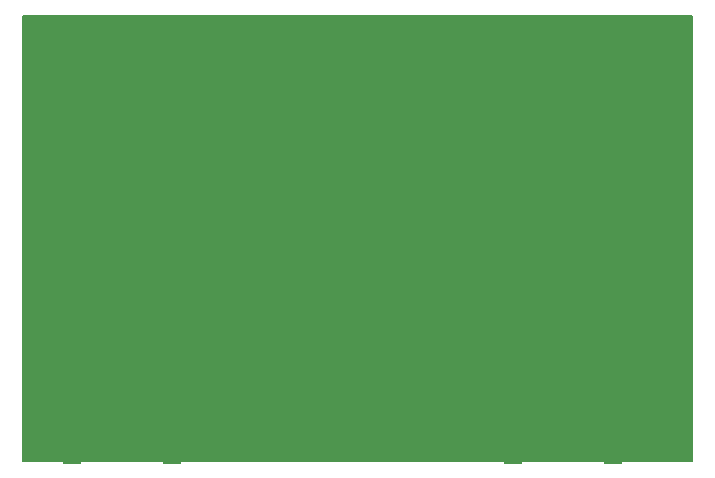
<source format=gbr>
%TF.GenerationSoftware,KiCad,Pcbnew,(6.0.1)*%
%TF.CreationDate,2022-03-10T14:05:26-07:00*%
%TF.ProjectId,RFSoC_directclocking,5246536f-435f-4646-9972-656374636c6f,rev?*%
%TF.SameCoordinates,Original*%
%TF.FileFunction,Copper,L2,Bot*%
%TF.FilePolarity,Positive*%
%FSLAX46Y46*%
G04 Gerber Fmt 4.6, Leading zero omitted, Abs format (unit mm)*
G04 Created by KiCad (PCBNEW (6.0.1)) date 2022-03-10 14:05:26*
%MOMM*%
%LPD*%
G01*
G04 APERTURE LIST*
%TA.AperFunction,SMDPad,CuDef*%
%ADD10R,1.500000X5.080000*%
%TD*%
%TA.AperFunction,SMDPad,CuDef*%
%ADD11R,5.080000X1.500000*%
%TD*%
%TA.AperFunction,ViaPad*%
%ADD12C,0.800000*%
%TD*%
G04 APERTURE END LIST*
D10*
%TO.P,J4,2,Ext*%
%TO.N,GND*%
X74982800Y-61087000D03*
X83482800Y-61087000D03*
%TD*%
D11*
%TO.P,J1,2,Ext*%
%TO.N,GND*%
X127980750Y-73093000D03*
X127980750Y-81593000D03*
%TD*%
D10*
%TO.P,J3,2,Ext*%
%TO.N,GND*%
X123884000Y-93980000D03*
X115384000Y-93980000D03*
%TD*%
%TO.P,J5,2,Ext*%
%TO.N,GND*%
X112371600Y-61087000D03*
X120871600Y-61087000D03*
%TD*%
%TO.P,J2,2,Ext*%
%TO.N,GND*%
X86546000Y-93980000D03*
X78046000Y-93980000D03*
%TD*%
D12*
%TO.N,GND*%
X91440000Y-88900000D03*
X76200000Y-76200000D03*
X127000000Y-88900000D03*
X121920000Y-83820000D03*
X124460000Y-71120000D03*
X119380000Y-66040000D03*
X83820000Y-66040000D03*
X81280000Y-71120000D03*
X96520000Y-91440000D03*
X114300000Y-83820000D03*
X109220000Y-66040000D03*
X88900000Y-83820000D03*
X93980000Y-93980000D03*
X111760000Y-83820000D03*
X121920000Y-68580000D03*
X124460000Y-88900000D03*
X127000000Y-86360000D03*
X127000000Y-68580000D03*
X91440000Y-93980000D03*
X88900000Y-66040000D03*
X121920000Y-81280000D03*
X86360000Y-83820000D03*
X78740000Y-83820000D03*
X91440000Y-71120000D03*
X129540000Y-66040000D03*
X96520000Y-66040000D03*
X76200000Y-83820000D03*
X106680000Y-63500000D03*
X104140000Y-63500000D03*
X124460000Y-66040000D03*
X99060000Y-88900000D03*
X76200000Y-78740000D03*
X104140000Y-88900000D03*
X91440000Y-63500000D03*
X104140000Y-91440000D03*
X127000000Y-91440000D03*
X124460000Y-86360000D03*
X129540000Y-88900000D03*
X101600000Y-66040000D03*
X76200000Y-81280000D03*
X104140000Y-66040000D03*
X106680000Y-83820000D03*
X119380000Y-83820000D03*
X88900000Y-76200000D03*
X88900000Y-88900000D03*
X121920000Y-86360000D03*
X129540000Y-60960000D03*
X119380000Y-73660000D03*
X93980000Y-83820000D03*
X109220000Y-91440000D03*
X88900000Y-76200000D03*
X91440000Y-76200000D03*
X129540000Y-91440000D03*
X78740000Y-76200000D03*
X78740000Y-78740000D03*
X129540000Y-86360000D03*
X93980000Y-76200000D03*
X129540000Y-68580000D03*
X116840000Y-71120000D03*
X86360000Y-88900000D03*
X127000000Y-60960000D03*
X111760000Y-81280000D03*
X93980000Y-81280000D03*
X109220000Y-73660000D03*
X96520000Y-83820000D03*
X109220000Y-60960000D03*
X119380000Y-81280000D03*
X99060000Y-63500000D03*
X109220000Y-83820000D03*
X101600000Y-63500000D03*
X78740000Y-71120000D03*
X93980000Y-88900000D03*
X101600000Y-88900000D03*
X76200000Y-88900000D03*
X124460000Y-68580000D03*
X93980000Y-66040000D03*
X93980000Y-71120000D03*
X116840000Y-81280000D03*
X111760000Y-71120000D03*
X93980000Y-78740000D03*
X88900000Y-63500000D03*
X99060000Y-91440000D03*
X101600000Y-91440000D03*
X109220000Y-88900000D03*
X88900000Y-78740000D03*
X96520000Y-63500000D03*
X109220000Y-63500000D03*
X111760000Y-73660000D03*
X129540000Y-63500000D03*
X93980000Y-60960000D03*
X106680000Y-73660000D03*
X93980000Y-63500000D03*
X104140000Y-91440000D03*
X91440000Y-91440000D03*
X114300000Y-81280000D03*
X83820000Y-71120000D03*
X101600000Y-60960000D03*
X106680000Y-60960000D03*
X76200000Y-71120000D03*
X88900000Y-73660000D03*
X88900000Y-81280000D03*
X104140000Y-71120000D03*
X83820000Y-71120000D03*
X104140000Y-60960000D03*
X91440000Y-60960000D03*
X76200000Y-66040000D03*
X91440000Y-66040000D03*
X81280000Y-81280000D03*
X99060000Y-66040000D03*
X76200000Y-73660000D03*
X86360000Y-71120000D03*
X124460000Y-63500000D03*
X91440000Y-76200000D03*
X111760000Y-88900000D03*
X127000000Y-66040000D03*
X76200000Y-86360000D03*
X96520000Y-93980000D03*
X83820000Y-83820000D03*
X78740000Y-81280000D03*
X119380000Y-68580000D03*
X96520000Y-88900000D03*
X101600000Y-71120000D03*
X106680000Y-93980000D03*
X78740000Y-73660000D03*
X96520000Y-60960000D03*
X101600000Y-93980000D03*
X91440000Y-81280000D03*
X106680000Y-88900000D03*
X78740000Y-86360000D03*
X116840000Y-73660000D03*
X111760000Y-93980000D03*
X78740000Y-68580000D03*
X106680000Y-81280000D03*
X114300000Y-71120000D03*
X111760000Y-91440000D03*
X111760000Y-66040000D03*
X91440000Y-83820000D03*
X104140000Y-93980000D03*
X127000000Y-93980000D03*
X99060000Y-60960000D03*
X127000000Y-63500000D03*
X121920000Y-71120000D03*
X96520000Y-93980000D03*
X106680000Y-66040000D03*
X86360000Y-66040000D03*
X114300000Y-88900000D03*
X129540000Y-93980000D03*
X88900000Y-71120000D03*
X99060000Y-93980000D03*
X76200000Y-76200000D03*
X114300000Y-73660000D03*
X76200000Y-68580000D03*
X91440000Y-78740000D03*
X93980000Y-91440000D03*
X121920000Y-73660000D03*
X109220000Y-93980000D03*
X121920000Y-66040000D03*
X88900000Y-60960000D03*
X109220000Y-81280000D03*
X119380000Y-71120000D03*
X93980000Y-91440000D03*
X91440000Y-73660000D03*
X93980000Y-73660000D03*
X111760000Y-73660000D03*
X106680000Y-71120000D03*
X81280000Y-86360000D03*
X106680000Y-91440000D03*
X106680000Y-60960000D03*
X116840000Y-83820000D03*
X78740000Y-81280000D03*
X109220000Y-71120000D03*
X81280000Y-78740000D03*
X81280000Y-83820000D03*
%TD*%
%TA.AperFunction,Conductor*%
%TO.N,GND*%
G36*
X130599721Y-58592402D02*
G01*
X130646214Y-58646058D01*
X130657600Y-58698400D01*
X130657600Y-96241600D01*
X130637598Y-96309721D01*
X130583942Y-96356214D01*
X130531600Y-96367600D01*
X73938400Y-96367600D01*
X73870279Y-96347598D01*
X73823786Y-96293942D01*
X73812400Y-96241600D01*
X73812400Y-58698400D01*
X73832402Y-58630279D01*
X73886058Y-58583786D01*
X73938400Y-58572400D01*
X130531600Y-58572400D01*
X130599721Y-58592402D01*
G37*
%TD.AperFunction*%
%TD*%
M02*

</source>
